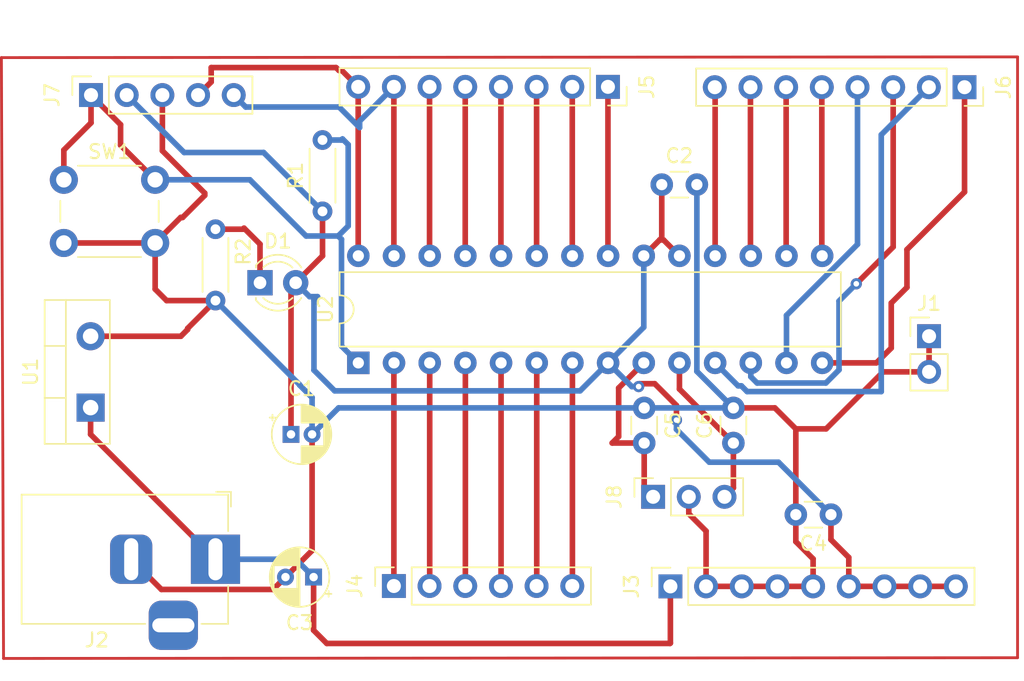
<source format=kicad_pcb>
(kicad_pcb (version 20211014) (generator pcbnew)
  (layers (0 "F.Cu" signal) (31 "B.Cu" signal) (34 "B.Paste" user) (35 "F.Paste" user) (36 "B.SilkS" user "B.Silkscreen") (37 "F.SilkS" user "F.Silkscreen") (38 "B.Mask" user) (39 "F.Mask" user) (44 "Edge.Cuts" user))
  (net 0 "")
  (net 1 "+5V")
  (net 2 "GND")
  (net 3 "Vin")
  (net 4 "OSC1")
  (net 5 "OSC2")
  (net 6 "Net-(D1-Pad1)")
  (net 7 "RA0")
  (net 8 "RA1")
  (net 9 "RA2")
  (net 10 "RA3")
  (net 11 "RA4")
  (net 12 "RA5")
  (net 13 "RB0")
  (net 14 "RB1")
  (net 15 "RB2")
  (net 16 "RB3")
  (net 17 "RB4")
  (net 18 "RB5")
  (net 19 "RB6")
  (net 20 "RB7")
  (net 21 "VUSB")
  (net 22 "RC0")
  (net 23 "RC1")
  (net 24 "RC2")
  (net 25 "RC4")
  (net 26 "RC5")
  (net 27 "RC6")
  (net 28 "RC7")
  (net 29 "MCLR")
  (footprint "Capacitor_THT:C_Disc_D3.0mm_W1.6mm_P2.50mm" (layer "F.Cu") (at 147.36 103.485 90)
    (fp_text reference "C6" (at 1.25 -2.05 90) (layer "F.SilkS"))
    (fp_text value "22pF")
    (pad "1" thru_hole circle (at 0 0 90) (size 1.6 1.6) (drill 0.8) (layers *.Cu *.Mask) (net 5 "OSC2"))
    (pad "2" thru_hole circle (at 2.5 0 90) (size 1.6 1.6) (drill 0.8) (layers *.Cu *.Mask) (net 2 "GND"))
  )
  (footprint "Connector_PinSocket_2.54mm:PinSocket_1x08_P2.54mm_Vertical" (layer "F.Cu") (at 138.43 78.13 -90)
    (fp_text reference "J5" (at 0 -2.77 90) (layer "F.SilkS"))
    (fp_text value "PORTB")
    (pad "1" thru_hole rect (at 0 0 270) (size 1.7 1.7) (drill 1) (layers *.Cu *.Mask) (net 13 "RB0"))
    (pad "2" thru_hole oval (at 0 2.54 270) (size 1.7 1.7) (drill 1) (layers *.Cu *.Mask) (net 14 "RB1"))
    (pad "3" thru_hole oval (at 0 5.08 270) (size 1.7 1.7) (drill 1) (layers *.Cu *.Mask) (net 15 "RB2"))
    (pad "4" thru_hole oval (at 0 7.62 270) (size 1.7 1.7) (drill 1) (layers *.Cu *.Mask) (net 16 "RB3"))
    (pad "5" thru_hole oval (at 0 10.16 270) (size 1.7 1.7) (drill 1) (layers *.Cu *.Mask) (net 17 "RB4"))
    (pad "6" thru_hole oval (at 0 12.7 270) (size 1.7 1.7) (drill 1) (layers *.Cu *.Mask) (net 18 "RB5"))
    (pad "7" thru_hole oval (at 0 15.24 270) (size 1.7 1.7) (drill 1) (layers *.Cu *.Mask) (net 19 "RB6"))
    (pad "8" thru_hole oval (at 0 17.78 270) (size 1.7 1.7) (drill 1) (layers *.Cu *.Mask) (net 20 "RB7"))
  )
  (footprint "Connector_PinSocket_2.54mm:PinSocket_1x08_P2.54mm_Vertical" (layer "F.Cu") (at 163.815 78.155 -90)
    (fp_text reference "J6" (at 0 -2.77 90) (layer "F.SilkS"))
    (fp_text value "PORTC")
    (pad "1" thru_hole rect (at 0 0 270) (size 1.7 1.7) (drill 1) (layers *.Cu *.Mask) (net 21 "VUSB"))
    (pad "2" thru_hole oval (at 0 2.54 270) (size 1.7 1.7) (drill 1) (layers *.Cu *.Mask) (net 22 "RC0"))
    (pad "3" thru_hole oval (at 0 5.08 270) (size 1.7 1.7) (drill 1) (layers *.Cu *.Mask) (net 23 "RC1"))
    (pad "4" thru_hole oval (at 0 7.62 270) (size 1.7 1.7) (drill 1) (layers *.Cu *.Mask) (net 24 "RC2"))
    (pad "5" thru_hole oval (at 0 10.16 270) (size 1.7 1.7) (drill 1) (layers *.Cu *.Mask) (net 25 "RC4"))
    (pad "6" thru_hole oval (at 0 12.7 270) (size 1.7 1.7) (drill 1) (layers *.Cu *.Mask) (net 26 "RC5"))
    (pad "7" thru_hole oval (at 0 15.24 270) (size 1.7 1.7) (drill 1) (layers *.Cu *.Mask) (net 27 "RC6"))
    (pad "8" thru_hole oval (at 0 17.78 270) (size 1.7 1.7) (drill 1) (layers *.Cu *.Mask) (net 28 "RC7"))
  )
  (footprint "Connector_PinSocket_2.54mm:PinSocket_1x06_P2.54mm_Vertical" (layer "F.Cu") (at 123.19 113.665 90)
    (fp_text reference "J4" (at 0 -2.77 90) (layer "F.SilkS"))
    (fp_text value "PORTA")
    (pad "1" thru_hole rect (at 0 0 90) (size 1.7 1.7) (drill 1) (layers *.Cu *.Mask) (net 7 "RA0"))
    (pad "2" thru_hole oval (at 0 2.54 90) (size 1.7 1.7) (drill 1) (layers *.Cu *.Mask) (net 8 "RA1"))
    (pad "3" thru_hole oval (at 0 5.08 90) (size 1.7 1.7) (drill 1) (layers *.Cu *.Mask) (net 9 "RA2"))
    (pad "4" thru_hole oval (at 0 7.62 90) (size 1.7 1.7) (drill 1) (layers *.Cu *.Mask) (net 10 "RA3"))
    (pad "5" thru_hole oval (at 0 10.16 90) (size 1.7 1.7) (drill 1) (layers *.Cu *.Mask) (net 11 "RA4"))
    (pad "6" thru_hole oval (at 0 12.7 90) (size 1.7 1.7) (drill 1) (layers *.Cu *.Mask) (net 12 "RA5"))
  )
  (footprint "Connector_PinHeader_2.54mm:PinHeader_1x02_P2.54mm_Vertical" (layer "F.Cu") (at 161.29 95.88)
    (fp_text reference "J1" (at 0 -2.33) (layer "F.SilkS"))
    (fp_text value "Conn_01x02_Male")
    (pad "1" thru_hole rect (at 0 0) (size 1.7 1.7) (drill 1) (layers *.Cu *.Mask) (net 2 "GND"))
    (pad "2" thru_hole oval (at 0 2.54) (size 1.7 1.7) (drill 1) (layers *.Cu *.Mask) (net 2 "GND"))
  )
  (footprint "Resistor_THT:R_Axial_DIN0204_L3.6mm_D1.6mm_P5.08mm_Horizontal" (layer "F.Cu") (at 118.11 86.995 90)
    (fp_text reference "R1" (at 2.54 -1.92 90) (layer "F.SilkS"))
    (fp_text value "10k")
    (pad "1" thru_hole circle (at 0 0 90) (size 1.4 1.4) (drill 0.7) (layers *.Cu *.Mask) (net 1 "+5V"))
    (pad "2" thru_hole oval (at 5.08 0 90) (size 1.4 1.4) (drill 0.7) (layers *.Cu *.Mask) (net 29 "MCLR"))
  )
  (footprint "Capacitor_THT:C_Disc_D3.0mm_W1.6mm_P2.50mm" (layer "F.Cu") (at 154.305 108.585 180)
    (fp_text reference "C4" (at 1.25 -2.05) (layer "F.SilkS"))
    (fp_text value "100nF")
    (pad "1" thru_hole circle (at 0 0 180) (size 1.6 1.6) (drill 0.8) (layers *.Cu *.Mask) (net 1 "+5V"))
    (pad "2" thru_hole circle (at 2.5 0 180) (size 1.6 1.6) (drill 0.8) (layers *.Cu *.Mask) (net 2 "GND"))
  )
  (footprint "Capacitor_THT:CP_Radial_D4.0mm_P2.00mm" (layer "F.Cu") (at 117.475 113.03 180)
    (fp_text reference "C3" (at 1 -3.25) (layer "F.SilkS"))
    (fp_text value "100uF")
    (pad "1" thru_hole rect (at 0 0 180) (size 1.2 1.2) (drill 0.6) (layers *.Cu *.Mask) (net 3 "Vin"))
    (pad "2" thru_hole circle (at 2 0 180) (size 1.2 1.2) (drill 0.6) (layers *.Cu *.Mask) (net 2 "GND"))
  )
  (footprint "Connector_PinSocket_2.54mm:PinSocket_1x09_P2.54mm_Vertical" (layer "F.Cu") (at 142.875 113.69 90)
    (fp_text reference "J3" (at 0 -2.77 90) (layer "F.SilkS"))
    (fp_text value "Conn_01x09_Male")
    (pad "1" thru_hole rect (at 0 0 90) (size 1.7 1.7) (drill 1) (layers *.Cu *.Mask) (net 3 "Vin"))
    (pad "2" thru_hole oval (at 0 2.54 90) (size 1.7 1.7) (drill 1) (layers *.Cu *.Mask) (net 2 "GND"))
    (pad "3" thru_hole oval (at 0 5.08 90) (size 1.7 1.7) (drill 1) (layers *.Cu *.Mask) (net 2 "GND"))
    (pad "4" thru_hole oval (at 0 7.62 90) (size 1.7 1.7) (drill 1) (layers *.Cu *.Mask) (net 2 "GND"))
    (pad "5" thru_hole oval (at 0 10.16 90) (size 1.7 1.7) (drill 1) (layers *.Cu *.Mask) (net 2 "GND"))
    (pad "6" thru_hole oval (at 0 12.7 90) (size 1.7 1.7) (drill 1) (layers *.Cu *.Mask) (net 1 "+5V"))
    (pad "7" thru_hole oval (at 0 15.24 90) (size 1.7 1.7) (drill 1) (layers *.Cu *.Mask) (net 1 "+5V"))
    (pad "8" thru_hole oval (at 0 17.78 90) (size 1.7 1.7) (drill 1) (layers *.Cu *.Mask) (net 1 "+5V"))
    (pad "9" thru_hole oval (at 0 20.32 90) (size 1.7 1.7) (drill 1) (layers *.Cu *.Mask) (net 1 "+5V"))
  )
  (footprint "Button_Switch_THT:SW_PUSH_6mm" (layer "F.Cu") (at 99.695 84.745)
    (fp_text reference "SW1" (at 3.25 -2) (layer "F.SilkS"))
    (fp_text value "RESET_Btn")
    (pad "1" thru_hole circle (at 6.5 0 90) (size 2 2) (drill 1.1) (layers *.Cu *.Mask) (net 29 "MCLR"))
    (pad "1" thru_hole circle (at 0 0 90) (size 2 2) (drill 1.1) (layers *.Cu *.Mask) (net 29 "MCLR"))
    (pad "2" thru_hole circle (at 0 4.5 90) (size 2 2) (drill 1.1) (layers *.Cu *.Mask) (net 2 "GND"))
    (pad "2" thru_hole circle (at 6.5 4.5 90) (size 2 2) (drill 1.1) (layers *.Cu *.Mask) (net 2 "GND"))
  )
  (footprint "Package_TO_SOT_THT:TO-220-2_Vertical" (layer "F.Cu") (at 101.6 100.965 90)
    (fp_text reference "U1" (at 2.54 -4.27 90) (layer "F.SilkS"))
    (fp_text value "L7805")
    (pad "1" thru_hole rect (at 0 0 90) (size 2 2) (drill 1.1) (layers *.Cu *.Mask) (net 3 "Vin"))
    (pad "2" thru_hole oval (at 5.08 0 90) (size 2 2) (drill 1.1) (layers *.Cu *.Mask) (net 2 "GND"))
  )
  (footprint "Capacitor_THT:C_Disc_D3.0mm_W1.6mm_P2.50mm" (layer "F.Cu") (at 142.26 85.09)
    (fp_text reference "C2" (at 1.25 -2.05) (layer "F.SilkS"))
    (fp_text value "100nF")
    (pad "1" thru_hole circle (at 0 0) (size 1.6 1.6) (drill 0.8) (layers *.Cu *.Mask) (net 1 "+5V"))
    (pad "2" thru_hole circle (at 2.5 0) (size 1.6 1.6) (drill 0.8) (layers *.Cu *.Mask) (net 2 "GND"))
  )
  (footprint "Connector_BarrelJack:BarrelJack_Horizontal" (layer "F.Cu") (at 110.49 111.76)
    (fp_text reference "J2" (at -8.45 5.75) (layer "F.SilkS"))
    (fp_text value "Barrel_Jack")
    (pad "1" thru_hole rect (at 0 0) (size 3.5 3.5) (drill oval 1 3) (layers *.Cu *.Mask) (net 3 "Vin"))
    (pad "2" thru_hole roundrect (at -6 0) (size 3 3.5) (drill oval 1 3) (layers *.Cu *.Mask) (net 2 "GND"))
    (pad "3" thru_hole roundrect (at -3 4.7) (size 3.5 3.5) (drill oval 3 1) (layers *.Cu *.Mask))
  )
  (footprint "Capacitor_THT:C_Disc_D3.0mm_W1.6mm_P2.50mm" (layer "F.Cu") (at 141.01 100.985 -90)
    (fp_text reference "C5" (at 1.25 -2.05 90) (layer "F.SilkS"))
    (fp_text value "22pF")
    (pad "1" thru_hole circle (at 0 0 270) (size 1.6 1.6) (drill 0.8) (layers *.Cu *.Mask) (net 2 "GND"))
    (pad "2" thru_hole circle (at 2.5 0 270) (size 1.6 1.6) (drill 0.8) (layers *.Cu *.Mask) (net 4 "OSC1"))
  )
  (footprint "LED_THT:LED_D3.0mm" (layer "F.Cu") (at 113.66 92.075)
    (fp_text reference "D1" (at 1.27 -2.96) (layer "F.SilkS"))
    (fp_text value "LED")
    (pad "1" thru_hole rect (at 0 0) (size 1.8 1.8) (drill 0.9) (layers *.Cu *.Mask) (net 6 "Net-(D1-Pad1)"))
    (pad "2" thru_hole circle (at 2.54 0) (size 1.8 1.8) (drill 0.9) (layers *.Cu *.Mask) (net 1 "+5V"))
  )
  (footprint "Resistor_THT:R_Axial_DIN0204_L3.6mm_D1.6mm_P5.08mm_Horizontal" (layer "F.Cu") (at 110.49 88.265 -90)
    (fp_text reference "R2" (at 1.6002 -1.9812 90) (layer "F.SilkS"))
    (fp_text value "1k")
    (pad "1" thru_hole circle (at 0 0 270) (size 1.4 1.4) (drill 0.7) (layers *.Cu *.Mask) (net 6 "Net-(D1-Pad1)"))
    (pad "2" thru_hole oval (at 5.08 0 270) (size 1.4 1.4) (drill 0.7) (layers *.Cu *.Mask) (net 2 "GND"))
  )
  (footprint "Package_DIP:DIP-28_W7.62mm" (layer "F.Cu") (at 120.66 97.78 90)
    (fp_text reference "U2" (at 3.81 -2.33 90) (layer "F.SilkS"))
    (fp_text value "PIC18F2550-ISP")
    (pad "1" thru_hole rect (at 0 0 90) (size 1.6 1.6) (drill 0.8) (layers *.Cu *.Mask) (net 29 "MCLR"))
    (pad "2" thru_hole oval (at 0 2.54 90) (size 1.6 1.6) (drill 0.8) (layers *.Cu *.Mask) (net 7 "RA0"))
    (pad "3" thru_hole oval (at 0 5.08 90) (size 1.6 1.6) (drill 0.8) (layers *.Cu *.Mask) (net 8 "RA1"))
    (pad "4" thru_hole oval (at 0 7.62 90) (size 1.6 1.6) (drill 0.8) (layers *.Cu *.Mask) (net 9 "RA2"))
    (pad "5" thru_hole oval (at 0 10.16 90) (size 1.6 1.6) (drill 0.8) (layers *.Cu *.Mask) (net 10 "RA3"))
    (pad "6" thru_hole oval (at 0 12.7 90) (size 1.6 1.6) (drill 0.8) (layers *.Cu *.Mask) (net 11 "RA4"))
    (pad "7" thru_hole oval (at 0 15.24 90) (size 1.6 1.6) (drill 0.8) (layers *.Cu *.Mask) (net 12 "RA5"))
    (pad "8" thru_hole oval (at 0 17.78 90) (size 1.6 1.6) (drill 0.8) (layers *.Cu *.Mask) (net 1 "+5V"))
    (pad "9" thru_hole oval (at 0 20.32 90) (size 1.6 1.6) (drill 0.8) (layers *.Cu *.Mask) (net 4 "OSC1"))
    (pad "10" thru_hole oval (at 0 22.86 90) (size 1.6 1.6) (drill 0.8) (layers *.Cu *.Mask) (net 5 "OSC2"))
    (pad "11" thru_hole oval (at 0 25.4 90) (size 1.6 1.6) (drill 0.8) (layers *.Cu *.Mask) (net 22 "RC0"))
    (pad "12" thru_hole oval (at 0 27.94 90) (size 1.6 1.6) (drill 0.8) (layers *.Cu *.Mask) (net 23 "RC1"))
    (pad "13" thru_hole oval (at 0 30.48 90) (size 1.6 1.6) (drill 0.8) (layers *.Cu *.Mask) (net 24 "RC2"))
    (pad "14" thru_hole oval (at 0 33.02 90) (size 1.6 1.6) (drill 0.8) (layers *.Cu *.Mask) (net 21 "VUSB"))
    (pad "15" thru_hole oval (at 7.62 33.02 90) (size 1.6 1.6) (drill 0.8) (layers *.Cu *.Mask) (net 25 "RC4"))
    (pad "16" thru_hole oval (at 7.62 30.48 90) (size 1.6 1.6) (drill 0.8) (layers *.Cu *.Mask) (net 26 "RC5"))
    (pad "17" thru_hole oval (at 7.62 27.94 90) (size 1.6 1.6) (drill 0.8) (layers *.Cu *.Mask) (net 27 "RC6"))
    (pad "18" thru_hole oval (at 7.62 25.4 90) (size 1.6 1.6) (drill 0.8) (layers *.Cu *.Mask) (net 28 "RC7"))
    (pad "19" thru_hole oval (at 7.62 22.86 90) (size 1.6 1.6) (drill 0.8) (layers *.Cu *.Mask) (net 1 "+5V"))
    (pad "20" thru_hole oval (at 7.62 20.32 90) (size 1.6 1.6) (drill 0.8) (layers *.Cu *.Mask) (net 1 "+5V"))
    (pad "21" thru_hole oval (at 7.62 17.78 90) (size 1.6 1.6) (drill 0.8) (layers *.Cu *.Mask) (net 13 "RB0"))
    (pad "22" thru_hole oval (at 7.62 15.24 90) (size 1.6 1.6) (drill 0.8) (layers *.Cu *.Mask) (net 14 "RB1"))
    (pad "23" thru_hole oval (at 7.62 12.7 90) (size 1.6 1.6) (drill 0.8) (layers *.Cu *.Mask) (net 15 "RB2"))
    (pad "24" thru_hole oval (at 7.62 10.16 90) (size 1.6 1.6) (drill 0.8) (layers *.Cu *.Mask) (net 16 "RB3"))
    (pad "25" thru_hole oval (at 7.62 7.62 90) (size 1.6 1.6) (drill 0.8) (layers *.Cu *.Mask) (net 17 "RB4"))
    (pad "26" thru_hole oval (at 7.62 5.08 90) (size 1.6 1.6) (drill 0.8) (layers *.Cu *.Mask) (net 18 "RB5"))
    (pad "27" thru_hole oval (at 7.62 2.54 90) (size 1.6 1.6) (drill 0.8) (layers *.Cu *.Mask) (net 19 "RB6"))
    (pad "28" thru_hole oval (at 7.62 0 90) (size 1.6 1.6) (drill 0.8) (layers *.Cu *.Mask) (net 20 "RB7"))
  )
  (footprint "Connector_PinSocket_2.54mm:PinSocket_1x05_P2.54mm_Vertical" (layer "F.Cu") (at 101.63 78.715 90)
    (fp_text reference "J7" (at 0 -2.77 90) (layer "F.SilkS"))
    (fp_text value "Conn_01x05_Male")
    (pad "1" thru_hole rect (at 0 0 90) (size 1.7 1.7) (drill 1) (layers *.Cu *.Mask) (net 29 "MCLR"))
    (pad "2" thru_hole oval (at 0 2.54 90) (size 1.7 1.7) (drill 1) (layers *.Cu *.Mask) (net 1 "+5V"))
    (pad "3" thru_hole oval (at 0 5.08 90) (size 1.7 1.7) (drill 1) (layers *.Cu *.Mask) (net 2 "GND"))
    (pad "4" thru_hole oval (at 0 7.62 90) (size 1.7 1.7) (drill 1) (layers *.Cu *.Mask) (net 20 "RB7"))
    (pad "5" thru_hole oval (at 0 10.16 90) (size 1.7 1.7) (drill 1) (layers *.Cu *.Mask) (net 19 "RB6"))
  )
  (footprint "Connector_PinSocket_2.54mm:PinSocket_1x03_P2.54mm_Vertical" (layer "F.Cu") (at 141.645 107.315 90)
    (fp_text reference "J8" (at 0 -2.77 90) (layer "F.SilkS"))
    (fp_text value "OSC Port")
    (pad "1" thru_hole rect (at 0 0 90) (size 1.7 1.7) (drill 1) (layers *.Cu *.Mask) (net 4 "OSC1"))
    (pad "2" thru_hole oval (at 0 2.54 90) (size 1.7 1.7) (drill 1) (layers *.Cu *.Mask) (net 2 "GND"))
    (pad "3" thru_hole oval (at 0 5.08 90) (size 1.7 1.7) (drill 1) (layers *.Cu *.Mask) (net 5 "OSC2"))
  )
  (footprint "Capacitor_THT:CP_Radial_D4.0mm_P1.50mm" (layer "F.Cu") (at 115.8674 102.87)
    (fp_text reference "C1" (at 0.75 -3.25) (layer "F.SilkS"))
    (fp_text value "1uF")
    (pad "1" thru_hole rect (at 0 0) (size 1.2 1.2) (drill 0.6) (layers *.Cu *.Mask) (net 1 "+5V"))
    (pad "2" thru_hole circle (at 1.5 0) (size 1.2 1.2) (drill 0.6) (layers *.Cu *.Mask) (net 2 "GND"))
  )
  (gr_line (start 95.4024 118.8212) (end 95.25 76.0476) (layer "F.Cu") (width 0.2))
  (gr_line (start 167.5892 75.9968) (end 167.5892 118.7704) (layer "F.Cu") (width 0.2))
  (gr_line (start 167.5892 118.7704) (end 95.4024 118.8212) (layer "F.Cu") (width 0.2))
  (gr_line (start 167.5892 75.9968) (end 95.25 76.0476) (layer "F.Cu") (width 0.2))
  (segment (start 142.387 89.027) (end 142.113 89.027) (width 0.4) (layer "F.Cu") (net 1))
  (segment (start 154.305 110.363) (end 155.575 111.633) (width 0.4) (layer "F.Cu") (net 1))
  (segment (start 163.195 113.69) (end 160.655 113.69) (width 0.4) (layer "F.Cu") (net 1))
  (segment (start 143.3068 101.854) (end 143.3068 100.809456) (width 0.4) (layer "F.Cu") (net 1))
  (segment (start 142.26 88.88) (end 142.113 89.027) (width 0.4) (layer "F.Cu") (net 1))
  (segment (start 140.6144 99.314) (end 140.6144 99.4664) (width 0.4) (layer "F.Cu") (net 1))
  (segment (start 142.113 89.027) (end 140.98 90.16) (width 0.4) (layer "F.Cu") (net 1))
  (segment (start 141.760544 99.2632) (end 140.6652 99.2632) (width 0.4) (layer "F.Cu") (net 1))
  (segment (start 142.26 85.09) (end 142.26 88.88) (width 0.4) (layer "F.Cu") (net 1))
  (segment (start 140.6652 99.2632) (end 140.6144 99.314) (width 0.4) (layer "F.Cu") (net 1))
  (segment (start 115.8674 92.4076) (end 116.2 92.075) (width 0.4) (layer "F.Cu") (net 1))
  (segment (start 118.11 86.995) (end 118.11 90.165) (width 0.4) (layer "F.Cu") (net 1))
  (segment (start 160.655 113.69) (end 158.115 113.69) (width 0.4) (layer "F.Cu") (net 1))
  (segment (start 115.8674 102.87) (end 115.8674 92.4076) (width 0.4) (layer "F.Cu") (net 1))
  (segment (start 155.575 111.633) (end 155.575 113.69) (width 0.4) (layer "F.Cu") (net 1))
  (segment (start 158.115 113.69) (end 155.575 113.69) (width 0.4) (layer "F.Cu") (net 1))
  (segment (start 118.11 90.165) (end 116.2 92.075) (width 0.4) (layer "F.Cu") (net 1))
  (segment (start 154.305 108.585) (end 154.305 110.363) (width 0.4) (layer "F.Cu") (net 1))
  (segment (start 143.52 90.16) (end 142.387 89.027) (width 0.4) (layer "F.Cu") (net 1))
  (segment (start 143.3068 100.809456) (end 141.760544 99.2632) (width 0.4) (layer "F.Cu") (net 1))
  (via (at 143.3068 101.854) (size 0.8) (drill 0.4) (layers "F.Cu" "B.Cu") (net 1))
  (via (at 140.6144 99.4664) (size 0.8) (drill 0.4) (layers "F.Cu" "B.Cu") (net 1))
  (segment (start 138.44 97.78) (end 136.4488 99.7712) (width 0.4) (layer "B.Cu") (net 1))
  (segment (start 140.6144 99.4664) (end 140.1264 99.4664) (width 0.4) (layer "B.Cu") (net 1))
  (segment (start 104.17 78.715) (end 108.259 82.804) (width 0.4) (layer "B.Cu") (net 1))
  (segment (start 113.919 82.804) (end 118.11 86.995) (width 0.4) (layer "B.Cu") (net 1))
  (segment (start 143.3068 102.5144) (end 143.3068 101.854) (width 0.4) (layer "B.Cu") (net 1))
  (segment (start 117.7544 93.0656) (end 117.1906 93.0656) (width 0.4) (layer "B.Cu") (net 1))
  (segment (start 140.98 90.16) (end 140.98 95.24) (width 0.4) (layer "B.Cu") (net 1))
  (segment (start 136.4488 99.7712) (end 118.9736 99.7712) (width 0.4) (layer "B.Cu") (net 1))
  (segment (start 108.259 82.804) (end 113.919 82.804) (width 0.4) (layer "B.Cu") (net 1))
  (segment (start 154.305 108.585) (end 150.5712 104.8512) (width 0.4) (layer "B.Cu") (net 1))
  (segment (start 118.9736 99.7712) (end 117.5004 98.298) (width 0.4) (layer "B.Cu") (net 1))
  (segment (start 140.98 95.24) (end 138.44 97.78) (width 0.4) (layer "B.Cu") (net 1))
  (segment (start 117.1906 93.0656) (end 116.2 92.075) (width 0.4) (layer "B.Cu") (net 1))
  (segment (start 145.6436 104.8512) (end 143.3068 102.5144) (width 0.4) (layer "B.Cu") (net 1))
  (segment (start 140.1264 99.4664) (end 138.44 97.78) (width 0.4) (layer "B.Cu") (net 1))
  (segment (start 117.5004 93.3196) (end 117.7544 93.0656) (width 0.4) (layer "B.Cu") (net 1))
  (segment (start 117.5004 98.298) (end 117.5004 93.3196) (width 0.4) (layer "B.Cu") (net 1))
  (segment (start 150.5712 104.8512) (end 145.6436 104.8512) (width 0.4) (layer "B.Cu") (net 1))
  (segment (start 115.475 113.03) (end 114.595489 113.909511) (width 0.4) (layer "F.Cu") (net 2))
  (segment (start 151.805 110.5046) (end 153.035 111.7346) (width 0.4) (layer "F.Cu") (net 2))
  (segment (start 108.1532 87.4268) (end 108.0132 87.4268) (width 0.4) (layer "F.Cu") (net 2))
  (segment (start 107.0102 93.345) (end 106.195 92.5298) (width 0.4) (layer "F.Cu") (net 2))
  (segment (start 151.805 108.585) (end 151.805 110.5046) (width 0.4) (layer "F.Cu") (net 2))
  (segment (start 108.0262 95.885) (end 108.5088 95.4024) (width 0.4) (layer "F.Cu") (net 2))
  (segment (start 153.035 111.7346) (end 153.035 113.69) (width 0.4) (layer "F.Cu") (net 2))
  (segment (start 110.49 93.345) (end 107.0102 93.345) (width 0.4) (layer "F.Cu") (net 2))
  (segment (start 117.3674 111.1376) (end 117.3674 102.87) (width 0.4) (layer "F.Cu") (net 2))
  (segment (start 150.3118 100.985) (end 151.805 102.4782) (width 0.4) (layer "F.Cu") (net 2))
  (segment (start 145.415 109.7534) (end 145.415 113.69) (width 0.4) (layer "F.Cu") (net 2))
  (segment (start 147.955 113.69) (end 145.415 113.69) (width 0.4) (layer "F.Cu") (net 2))
  (segment (start 108.5088 95.3262) (end 110.49 93.345) (width 0.4) (layer "F.Cu") (net 2))
  (segment (start 114.595489 113.909511) (end 106.639511 113.909511) (width 0.4) (layer "F.Cu") (net 2))
  (segment (start 99.695 89.245) (end 106.195 89.245) (width 0.4) (layer "F.Cu") (net 2))
  (segment (start 109.728 85.852) (end 108.1532 87.4268) (width 0.4) (layer "F.Cu") (net 2))
  (segment (start 106.639511 113.909511) (end 104.49 111.76) (width 0.4) (layer "F.Cu") (net 2))
  (segment (start 106.195 92.5298) (end 106.195 89.245) (width 0.4) (layer "F.Cu") (net 2))
  (segment (start 106.71 78.715) (end 106.71 82.6816) (width 0.4) (layer "F.Cu") (net 2))
  (segment (start 158.0184 98.42) (end 153.9602 102.4782) (width 0.4) (layer "F.Cu") (net 2))
  (segment (start 115.475 113.03) (end 117.3674 111.1376) (width 0.4) (layer "F.Cu") (net 2))
  (segment (start 147.36 100.985) (end 150.3118 100.985) (width 0.4) (layer "F.Cu") (net 2))
  (segment (start 101.6 95.885) (end 108.0262 95.885) (width 0.4) (layer "F.Cu") (net 2))
  (segment (start 109.728 85.6996) (end 109.728 85.852) (width 0.4) (layer "F.Cu") (net 2))
  (segment (start 106.71 82.6816) (end 109.728 85.6996) (width 0.4) (layer "F.Cu") (net 2))
  (segment (start 153.035 113.69) (end 150.495 113.69) (width 0.4) (layer "F.Cu") (net 2))
  (segment (start 108.0132 87.4268) (end 106.195 89.245) (width 0.4) (layer "F.Cu") (net 2))
  (segment (start 108.5088 95.4024) (end 108.5088 95.3262) (width 0.4) (layer "F.Cu") (net 2))
  (segment (start 153.9602 102.4782) (end 151.805 102.4782) (width 0.4) (layer "F.Cu") (net 2))
  (segment (start 151.805 102.4782) (end 151.805 108.585) (width 0.4) (layer "F.Cu") (net 2))
  (segment (start 161.29 95.88) (end 161.29 98.42) (width 0.4) (layer "F.Cu") (net 2))
  (segment (start 161.29 98.42) (end 158.0184 98.42) (width 0.4) (layer "F.Cu") (net 2))
  (segment (start 144.185 107.315) (end 144.185 108.5234) (width 0.4) (layer "F.Cu") (net 2))
  (segment (start 150.495 113.69) (end 147.955 113.69) (width 0.4) (layer "F.Cu") (net 2))
  (segment (start 144.185 108.5234) (end 145.415 109.7534) (width 0.4) (layer "F.Cu") (net 2))
  (segment (start 144.76 98.385) (end 147.36 100.985) (width 0.4) (layer "B.Cu") (net 2))
  (segment (start 116.4844 99.3394) (end 110.49 93.345) (width 0.4) (layer "B.Cu") (net 2))
  (segment (start 117.3674 100.2478) (end 116.4844 99.3648) (width 0.4) (layer "B.Cu") (net 2))
  (segment (start 117.3674 102.87) (end 117.3674 100.2478) (width 0.4) (layer "B.Cu") (net 2))
  (segment (start 116.4844 99.3648) (end 116.4844 99.3394) (width 0.4) (layer "B.Cu") (net 2))
  (segment (start 144.76 85.09) (end 144.76 98.385) (width 0.4) (layer "B.Cu") (net 2))
  (segment (start 141.01 100.985) (end 147.36 100.985) (width 0.4) (layer "B.Cu") (net 2))
  (segment (start 141.01 100.985) (end 119.2524 100.985) (width 0.4) (layer "B.Cu") (net 2))
  (segment (start 119.2524 100.985) (end 117.3674 102.87) (width 0.4) (layer "B.Cu") (net 2))
  (segment (start 142.8496 117.7544) (end 118.4148 117.7544) (width 0.4) (layer "F.Cu") (net 3))
  (segment (start 118.4148 117.7544) (end 117.475 116.8146) (width 0.4) (layer "F.Cu") (net 3))
  (segment (start 101.6 102.87) (end 101.6 100.965) (width 0.4) (layer "F.Cu") (net 3))
  (segment (start 117.475 116.8146) (end 117.475 113.03) (width 0.4) (layer "F.Cu") (net 3))
  (segment (start 110.49 111.76) (end 101.6 102.87) (width 0.4) (layer "F.Cu") (net 3))
  (segment (start 142.875 113.69) (end 142.875 117.729) (width 0.4) (layer "F.Cu") (net 3))
  (segment (start 142.875 117.729) (end 142.8496 117.7544) (width 0.4) (layer "F.Cu") (net 3))
  (segment (start 110.49 111.76) (end 116.205 111.76) (width 0.4) (layer "B.Cu") (net 3))
  (segment (start 116.205 111.76) (end 117.475 113.03) (width 0.4) (layer "B.Cu") (net 3))
  (segment (start 139.192 99.568) (end 139.192 103.0224) (width 0.4) (layer "F.Cu") (net 4))
  (segment (start 139.192 103.0224) (end 138.7294 103.485) (width 0.4) (layer "F.Cu") (net 4))
  (segment (start 138.7294 103.485) (end 141.01 103.485) (width 0.4) (layer "F.Cu") (net 4))
  (segment (start 141.01 106.68) (end 141.645 107.315) (width 0.4) (layer "F.Cu") (net 4))
  (segment (start 140.98 97.78) (end 139.192 99.568) (width 0.4) (layer "F.Cu") (net 4))
  (segment (start 141.01 103.485) (end 141.01 106.68) (width 0.4) (layer "F.Cu") (net 4))
  (segment (start 147.36 106.68) (end 146.725 107.315) (width 0.4) (layer "F.Cu") (net 5))
  (segment (start 147.36 103.485) (end 147.36 106.68) (width 0.4) (layer "F.Cu") (net 5))
  (segment (start 143.52 99.645) (end 143.52 97.78) (width 0.4) (layer "F.Cu") (net 5))
  (segment (start 147.36 103.485) (end 143.52 99.645) (width 0.4) (layer "F.Cu") (net 5))
  (segment (start 112.4458 88.265) (end 112.522 88.1888) (width 0.4) (layer "F.Cu") (net 6))
  (segment (start 110.49 88.265) (end 112.4458 88.265) (width 0.4) (layer "F.Cu") (net 6))
  (segment (start 112.522 88.1888) (end 113.66 89.3268) (width 0.4) (layer "F.Cu") (net 6))
  (segment (start 113.66 89.3268) (end 113.66 92.075) (width 0.4) (layer "F.Cu") (net 6))
  (segment (start 123.19 113.665) (end 123.19 97.79) (width 0.4) (layer "F.Cu") (net 7))
  (segment (start 123.19 97.79) (end 123.2 97.78) (width 0.4) (layer "F.Cu") (net 7))
  (segment (start 125.74 113.655) (end 125.73 113.665) (width 0.4) (layer "F.Cu") (net 8))
  (segment (start 125.74 97.78) (end 125.74 113.655) (width 0.4) (layer "F.Cu") (net 8))
  (segment (start 128.28 113.655) (end 128.27 113.665) (width 0.4) (layer "F.Cu") (net 9))
  (segment (start 128.28 97.78) (end 128.28 113.655) (width 0.4) (layer "F.Cu") (net 9))
  (segment (start 130.82 113.655) (end 130.81 113.665) (width 0.4) (layer "F.Cu") (net 10))
  (segment (start 130.82 97.78) (end 130.82 113.655) (width 0.4) (layer "F.Cu") (net 10))
  (segment (start 133.36 97.78) (end 133.36 113.655) (width 0.4) (layer "F.Cu") (net 11))
  (segment (start 133.36 113.655) (end 133.35 113.665) (width 0.4) (layer "F.Cu") (net 11))
  (segment (start 135.9 113.655) (end 135.89 113.665) (width 0.4) (layer "F.Cu") (net 12))
  (segment (start 135.9 97.78) (end 135.9 113.655) (width 0.4) (layer "F.Cu") (net 12))
  (segment (start 138.43 78.13) (end 138.43 90.15) (width 0.4) (layer "F.Cu") (net 13))
  (segment (start 138.43 90.15) (end 138.44 90.16) (width 0.4) (layer "F.Cu") (net 13))
  (segment (start 135.89 78.13) (end 135.89 90.15) (width 0.4) (layer "F.Cu") (net 14))
  (segment (start 135.89 90.15) (end 135.9 90.16) (width 0.4) (layer "F.Cu") (net 14))
  (segment (start 133.35 90.15) (end 133.36 90.16) (width 0.4) (layer "F.Cu") (net 15))
  (segment (start 133.35 78.13) (end 133.35 90.15) (width 0.4) (layer "F.Cu") (net 15))
  (segment (start 130.81 78.13) (end 130.81 90.15) (width 0.4) (layer "F.Cu") (net 16))
  (segment (start 130.81 90.15) (end 130.82 90.16) (width 0.4) (layer "F.Cu") (net 16))
  (segment (start 128.27 90.15) (end 128.28 90.16) (width 0.4) (layer "F.Cu") (net 17))
  (segment (start 128.27 78.13) (end 128.27 90.15) (width 0.4) (layer "F.Cu") (net 17))
  (segment (start 125.73 78.13) (end 125.73 90.15) (width 0.4) (layer "F.Cu") (net 18))
  (segment (start 125.73 90.15) (end 125.74 90.16) (width 0.4) (layer "F.Cu") (net 18))
  (segment (start 123.19 78.13) (end 123.19 90.15) (width 0.4) (layer "F.Cu") (net 19))
  (segment (start 123.19 90.15) (end 123.2 90.16) (width 0.4) (layer "F.Cu") (net 19))
  (segment (start 120.7516 81.026) (end 120.7516 80.5684) (width 0.4) (layer "B.Cu") (net 19))
  (segment (start 119.2906 79.565) (end 120.7516 81.026) (width 0.4) (layer "B.Cu") (net 19))
  (segment (start 112.64 79.565) (end 119.2906 79.565) (width 0.4) (layer "B.Cu") (net 19))
  (segment (start 111.79 78.715) (end 112.64 79.565) (width 0.4) (layer "B.Cu") (net 19))
  (segment (start 120.7516 80.5684) (end 123.19 78.13) (width 0.4) (layer "B.Cu") (net 19))
  (segment (start 109.25 78.715) (end 110.1852 77.7798) (width 0.4) (layer "F.Cu") (net 20))
  (segment (start 119.0752 76.7588) (end 119.2784 76.962) (width 0.4) (layer "F.Cu") (net 20))
  (segment (start 120.65 90.15) (end 120.66 90.16) (width 0.4) (layer "F.Cu") (net 20))
  (segment (start 119.2784 76.962) (end 119.482 76.962) (width 0.4) (layer "F.Cu") (net 20))
  (segment (start 110.1852 76.7588) (end 119.0752 76.7588) (width 0.4) (layer "F.Cu") (net 20))
  (segment (start 110.1852 77.7798) (end 110.1852 76.7588) (width 0.4) (layer "F.Cu") (net 20))
  (segment (start 120.65 78.13) (end 120.65 90.15) (width 0.4) (layer "F.Cu") (net 20))
  (segment (start 119.482 76.962) (end 120.65 78.13) (width 0.4) (layer "F.Cu") (net 20))
  (segment (start 158.5976 96.7232) (end 157.5408 97.78) (width 0.4) (layer "F.Cu") (net 21))
  (segment (start 158.5976 93.5228) (end 158.5976 96.7232) (width 0.4) (layer "F.Cu") (net 21))
  (segment (start 163.815 85.613) (end 159.7152 89.7128) (width 0.4) (layer "F.Cu") (net 21))
  (segment (start 159.7152 92.4052) (end 158.5976 93.5228) (width 0.4) (layer "F.Cu") (net 21))
  (segment (start 157.5408 97.78) (end 153.68 97.78) (width 0.4) (layer "F.Cu") (net 21))
  (segment (start 163.815 78.155) (end 163.815 85.613) (width 0.4) (layer "F.Cu") (net 21))
  (segment (start 159.7152 89.7128) (end 159.7152 92.4052) (width 0.4) (layer "F.Cu") (net 21))
  (segment (start 147.6956 99.4156) (end 146.06 97.78) (width 0.4) (layer "B.Cu") (net 22))
  (segment (start 148.336 99.822) (end 147.9296 99.4156) (width 0.4) (layer "B.Cu") (net 22))
  (segment (start 157.8864 81.5436) (end 157.8864 99.822) (width 0.4) (layer "B.Cu") (net 22))
  (segment (start 161.275 78.155) (end 157.8864 81.5436) (width 0.4) (layer "B.Cu") (net 22))
  (segment (start 157.8864 99.822) (end 148.336 99.822) (width 0.4) (layer "B.Cu") (net 22))
  (segment (start 147.9296 99.4156) (end 147.6956 99.4156) (width 0.4) (layer "B.Cu") (net 22))
  (segment (start 158.735 89.5246) (end 156.1084 92.1512) (width 0.4) (layer "F.Cu") (net 23))
  (segment (start 158.735 78.155) (end 158.735 89.5246) (width 0.4) (layer "F.Cu") (net 23))
  (via (at 156.1084 92.1512) (size 0.8) (drill 0.4) (layers "F.Cu" "B.Cu") (net 23))
  (segment (start 149.0472 99.2124) (end 148.6 98.7652) (width 0.4) (layer "B.Cu") (net 23))
  (segment (start 156.1084 92.1512) (end 154.879511 93.380089) (width 0.4) (layer "B.Cu") (net 23))
  (segment (start 153.943966 99.2124) (end 149.0472 99.2124) (width 0.4) (layer "B.Cu") (net 23))
  (segment (start 148.6 98.7652) (end 148.6 97.78) (width 0.4) (layer "B.Cu") (net 23))
  (segment (start 154.879511 98.276855) (end 153.943966 99.2124) (width 0.4) (layer "B.Cu") (net 23))
  (segment (start 154.879511 93.380089) (end 154.879511 98.276855) (width 0.4) (layer "B.Cu") (net 23))
  (segment (start 156.195 78.155) (end 156.195 89.341366) (width 0.4) (layer "B.Cu") (net 24))
  (segment (start 151.14 94.396366) (end 151.14 97.78) (width 0.4) (layer "B.Cu") (net 24))
  (segment (start 156.195 89.341366) (end 151.14 94.396366) (width 0.4) (layer "B.Cu") (net 24))
  (segment (start 153.655 90.135) (end 153.68 90.16) (width 0.4) (layer "F.Cu") (net 25))
  (segment (start 153.655 78.155) (end 153.655 90.135) (width 0.4) (layer "F.Cu") (net 25))
  (segment (start 151.115 90.135) (end 151.14 90.16) (width 0.4) (layer "F.Cu") (net 26))
  (segment (start 151.115 78.155) (end 151.115 90.135) (width 0.4) (layer "F.Cu") (net 26))
  (segment (start 148.575 90.135) (end 148.6 90.16) (width 0.4) (layer "F.Cu") (net 27))
  (segment (start 148.575 78.155) (end 148.575 90.135) (width 0.4) (layer "F.Cu") (net 27))
  (segment (start 146.06 90.16) (end 146.06 78.18) (width 0.4) (layer "F.Cu") (net 28))
  (segment (start 146.06 78.18) (end 146.035 78.155) (width 0.4) (layer "F.Cu") (net 28))
  (segment (start 106.195 84.745) (end 103.7336 82.2836) (width 0.4) (layer "F.Cu") (net 29))
  (segment (start 99.695 82.6262) (end 99.695 84.745) (width 0.4) (layer "F.Cu") (net 29))
  (segment (start 103.7336 80.8186) (end 101.63 78.715) (width 0.4) (layer "F.Cu") (net 29))
  (segment (start 101.63 78.715) (end 101.63 80.6912) (width 0.4) (layer "F.Cu") (net 29))
  (segment (start 101.63 80.6912) (end 99.695 82.6262) (width 0.4) (layer "F.Cu") (net 29))
  (segment (start 103.7336 82.2836) (end 103.7336 80.8186) (width 0.4) (layer "F.Cu") (net 29))
  (segment (start 119.9388 88.0364) (end 119.9388 82.2452) (width 0.4) (layer "B.Cu") (net 29))
  (segment (start 112.939 84.745) (end 116.9416 88.7476) (width 0.4) (layer "B.Cu") (net 29))
  (segment (start 119.460489 88.980489) (end 119.2276 88.7476) (width 0.4) (layer "B.Cu") (net 29))
  (segment (start 116.9416 88.7476) (end 119.2276 88.7476) (width 0.4) (layer "B.Cu") (net 29))
  (segment (start 119.5324 81.8388) (end 119.4562 81.915) (width 0.4) (layer "B.Cu") (net 29))
  (segment (start 119.460489 96.580489) (end 119.460489 88.980489) (width 0.4) (layer "B.Cu") (net 29))
  (segment (start 106.195 84.745) (end 112.939 84.745) (width 0.4) (layer "B.Cu") (net 29))
  (segment (start 119.9388 82.2452) (end 119.5324 81.8388) (width 0.4) (layer "B.Cu") (net 29))
  (segment (start 119.2276 88.7476) (end 119.9388 88.0364) (width 0.4) (layer "B.Cu") (net 29))
  (segment (start 119.4562 81.915) (end 118.11 81.915) (width 0.4) (layer "B.Cu") (net 29))
  (segment (start 120.66 97.78) (end 119.460489 96.580489) (width 0.4) (layer "B.Cu") (net 29))
)
</source>
